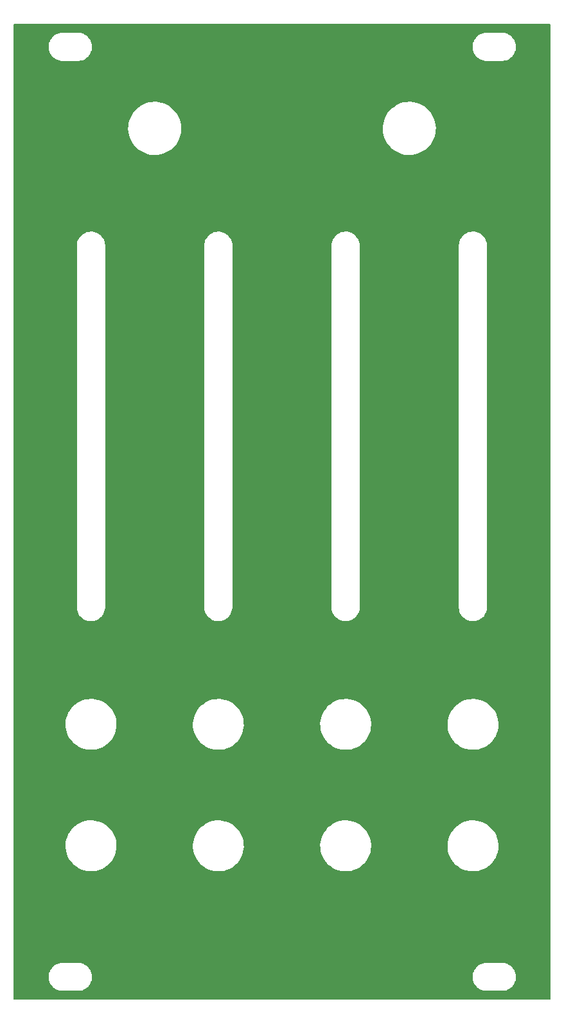
<source format=gtl>
G04 #@! TF.GenerationSoftware,KiCad,Pcbnew,7.0.7*
G04 #@! TF.CreationDate,2025-11-09T15:54:11+08:00*
G04 #@! TF.ProjectId,3340_VCO_PANEL,33333430-5f56-4434-9f5f-50414e454c2e,rev?*
G04 #@! TF.SameCoordinates,Original*
G04 #@! TF.FileFunction,Copper,L1,Top*
G04 #@! TF.FilePolarity,Positive*
%FSLAX46Y46*%
G04 Gerber Fmt 4.6, Leading zero omitted, Abs format (unit mm)*
G04 Created by KiCad (PCBNEW 7.0.7) date 2025-11-09 15:54:11*
%MOMM*%
%LPD*%
G01*
G04 APERTURE LIST*
G04 APERTURE END LIST*
G04 #@! TA.AperFunction,NonConductor*
G36*
X135342539Y-35770185D02*
G01*
X135388294Y-35822989D01*
X135399500Y-35874500D01*
X135399500Y-164125500D01*
X135379815Y-164192539D01*
X135327011Y-164238294D01*
X135275500Y-164249500D01*
X64724500Y-164249500D01*
X64657461Y-164229815D01*
X64611706Y-164177011D01*
X64600500Y-164125500D01*
X64600500Y-161317763D01*
X69245787Y-161317763D01*
X69275413Y-161587013D01*
X69275415Y-161587024D01*
X69343926Y-161849082D01*
X69343928Y-161849088D01*
X69449870Y-162098390D01*
X69521998Y-162216575D01*
X69590979Y-162329605D01*
X69590986Y-162329615D01*
X69764253Y-162537819D01*
X69764259Y-162537824D01*
X69965998Y-162718582D01*
X70191910Y-162868044D01*
X70437176Y-162983020D01*
X70437183Y-162983022D01*
X70437185Y-162983023D01*
X70696557Y-163061057D01*
X70696564Y-163061058D01*
X70696569Y-163061060D01*
X70964561Y-163100500D01*
X70964566Y-163100500D01*
X73167636Y-163100500D01*
X73219133Y-163096730D01*
X73370156Y-163085677D01*
X73482758Y-163060593D01*
X73634546Y-163026782D01*
X73634548Y-163026781D01*
X73634553Y-163026780D01*
X73887558Y-162930014D01*
X74123777Y-162797441D01*
X74338177Y-162631888D01*
X74526186Y-162436881D01*
X74683799Y-162216579D01*
X74757787Y-162072669D01*
X74807649Y-161975690D01*
X74807651Y-161975684D01*
X74807656Y-161975675D01*
X74895118Y-161719305D01*
X74944319Y-161452933D01*
X74949259Y-161317763D01*
X125125787Y-161317763D01*
X125155413Y-161587013D01*
X125155415Y-161587024D01*
X125223926Y-161849082D01*
X125223928Y-161849088D01*
X125329870Y-162098390D01*
X125401998Y-162216575D01*
X125470979Y-162329605D01*
X125470986Y-162329615D01*
X125644253Y-162537819D01*
X125644259Y-162537824D01*
X125845998Y-162718582D01*
X126071910Y-162868044D01*
X126317176Y-162983020D01*
X126317183Y-162983022D01*
X126317185Y-162983023D01*
X126576557Y-163061057D01*
X126576564Y-163061058D01*
X126576569Y-163061060D01*
X126844561Y-163100500D01*
X126844566Y-163100500D01*
X129047636Y-163100500D01*
X129099133Y-163096730D01*
X129250156Y-163085677D01*
X129362758Y-163060593D01*
X129514546Y-163026782D01*
X129514548Y-163026781D01*
X129514553Y-163026780D01*
X129767558Y-162930014D01*
X130003777Y-162797441D01*
X130218177Y-162631888D01*
X130406186Y-162436881D01*
X130563799Y-162216579D01*
X130637787Y-162072669D01*
X130687649Y-161975690D01*
X130687651Y-161975684D01*
X130687656Y-161975675D01*
X130775118Y-161719305D01*
X130824319Y-161452933D01*
X130834212Y-161182235D01*
X130804586Y-160912982D01*
X130736072Y-160650912D01*
X130630130Y-160401610D01*
X130489018Y-160170390D01*
X130399747Y-160063119D01*
X130315746Y-159962180D01*
X130315740Y-159962175D01*
X130114002Y-159781418D01*
X129888092Y-159631957D01*
X129888090Y-159631956D01*
X129642824Y-159516980D01*
X129642819Y-159516978D01*
X129642814Y-159516976D01*
X129383442Y-159438942D01*
X129383428Y-159438939D01*
X129267791Y-159421921D01*
X129115439Y-159399500D01*
X126912369Y-159399500D01*
X126912364Y-159399500D01*
X126709844Y-159414323D01*
X126709831Y-159414325D01*
X126445453Y-159473217D01*
X126445446Y-159473220D01*
X126192439Y-159569987D01*
X125956226Y-159702557D01*
X125741822Y-159868112D01*
X125553822Y-160063109D01*
X125553816Y-160063116D01*
X125396202Y-160283419D01*
X125396199Y-160283424D01*
X125272350Y-160524309D01*
X125272343Y-160524327D01*
X125184884Y-160780685D01*
X125184881Y-160780699D01*
X125135681Y-161047068D01*
X125135680Y-161047075D01*
X125125787Y-161317763D01*
X74949259Y-161317763D01*
X74954212Y-161182235D01*
X74924586Y-160912982D01*
X74856072Y-160650912D01*
X74750130Y-160401610D01*
X74609018Y-160170390D01*
X74519747Y-160063119D01*
X74435746Y-159962180D01*
X74435740Y-159962175D01*
X74234002Y-159781418D01*
X74008092Y-159631957D01*
X74008090Y-159631956D01*
X73762824Y-159516980D01*
X73762819Y-159516978D01*
X73762814Y-159516976D01*
X73503442Y-159438942D01*
X73503428Y-159438939D01*
X73387791Y-159421921D01*
X73235439Y-159399500D01*
X71032369Y-159399500D01*
X71032364Y-159399500D01*
X70829844Y-159414323D01*
X70829831Y-159414325D01*
X70565453Y-159473217D01*
X70565446Y-159473220D01*
X70312439Y-159569987D01*
X70076226Y-159702557D01*
X69861822Y-159868112D01*
X69673822Y-160063109D01*
X69673816Y-160063116D01*
X69516202Y-160283419D01*
X69516199Y-160283424D01*
X69392350Y-160524309D01*
X69392343Y-160524327D01*
X69304884Y-160780685D01*
X69304881Y-160780699D01*
X69255681Y-161047068D01*
X69255680Y-161047075D01*
X69245787Y-161317763D01*
X64600500Y-161317763D01*
X64600500Y-143907532D01*
X71475679Y-143907532D01*
X71485865Y-144277096D01*
X71485865Y-144277097D01*
X71536647Y-144643308D01*
X71627403Y-145001696D01*
X71627403Y-145001698D01*
X71757032Y-145347919D01*
X71757035Y-145347926D01*
X71757036Y-145347927D01*
X71923969Y-145677797D01*
X72126179Y-145987302D01*
X72126181Y-145987304D01*
X72361210Y-146272684D01*
X72361215Y-146272689D01*
X72626210Y-146530480D01*
X72626215Y-146530484D01*
X72917944Y-146757546D01*
X72917947Y-146757548D01*
X72917955Y-146757554D01*
X73232913Y-146951158D01*
X73567258Y-147108939D01*
X73916931Y-147228982D01*
X74277687Y-147309829D01*
X74645148Y-147350500D01*
X74922352Y-147350500D01*
X74959882Y-147348429D01*
X75199143Y-147335229D01*
X75563805Y-147274377D01*
X75919560Y-147173780D01*
X76262089Y-147034656D01*
X76587234Y-146858697D01*
X76891049Y-146648036D01*
X77169846Y-146405232D01*
X77420240Y-146133231D01*
X77639192Y-145835337D01*
X77824044Y-145515163D01*
X77972552Y-145176598D01*
X78082915Y-144823750D01*
X78153791Y-144460903D01*
X78184321Y-144092461D01*
X78179223Y-143907532D01*
X88255679Y-143907532D01*
X88265865Y-144277096D01*
X88265865Y-144277097D01*
X88316647Y-144643308D01*
X88407403Y-145001696D01*
X88407403Y-145001698D01*
X88537032Y-145347919D01*
X88537035Y-145347926D01*
X88537036Y-145347927D01*
X88703969Y-145677797D01*
X88906179Y-145987302D01*
X88906181Y-145987304D01*
X89141210Y-146272684D01*
X89141215Y-146272689D01*
X89406210Y-146530480D01*
X89406215Y-146530484D01*
X89697944Y-146757546D01*
X89697947Y-146757548D01*
X89697955Y-146757554D01*
X90012913Y-146951158D01*
X90347258Y-147108939D01*
X90696931Y-147228982D01*
X91057687Y-147309829D01*
X91425148Y-147350500D01*
X91702352Y-147350500D01*
X91739882Y-147348429D01*
X91979143Y-147335229D01*
X92343805Y-147274377D01*
X92699560Y-147173780D01*
X93042089Y-147034656D01*
X93367234Y-146858697D01*
X93671049Y-146648036D01*
X93949846Y-146405232D01*
X94200240Y-146133231D01*
X94419192Y-145835337D01*
X94604044Y-145515163D01*
X94752552Y-145176598D01*
X94862915Y-144823750D01*
X94933791Y-144460903D01*
X94964321Y-144092461D01*
X94959223Y-143907532D01*
X105035679Y-143907532D01*
X105045865Y-144277096D01*
X105045865Y-144277097D01*
X105096647Y-144643308D01*
X105187403Y-145001696D01*
X105187403Y-145001698D01*
X105317032Y-145347919D01*
X105317035Y-145347926D01*
X105317036Y-145347927D01*
X105483969Y-145677797D01*
X105686179Y-145987302D01*
X105686181Y-145987304D01*
X105921210Y-146272684D01*
X105921215Y-146272689D01*
X106186210Y-146530480D01*
X106186215Y-146530484D01*
X106477944Y-146757546D01*
X106477947Y-146757548D01*
X106477955Y-146757554D01*
X106792913Y-146951158D01*
X107127258Y-147108939D01*
X107476931Y-147228982D01*
X107837687Y-147309829D01*
X108205148Y-147350500D01*
X108482352Y-147350500D01*
X108519882Y-147348429D01*
X108759143Y-147335229D01*
X109123805Y-147274377D01*
X109479560Y-147173780D01*
X109822089Y-147034656D01*
X110147234Y-146858697D01*
X110451049Y-146648036D01*
X110729846Y-146405232D01*
X110980240Y-146133231D01*
X111199192Y-145835337D01*
X111384044Y-145515163D01*
X111532552Y-145176598D01*
X111642915Y-144823750D01*
X111713791Y-144460903D01*
X111744321Y-144092461D01*
X111739223Y-143907532D01*
X121815679Y-143907532D01*
X121825865Y-144277096D01*
X121825865Y-144277097D01*
X121876647Y-144643308D01*
X121967403Y-145001696D01*
X121967403Y-145001698D01*
X122097032Y-145347919D01*
X122097035Y-145347926D01*
X122097036Y-145347927D01*
X122263969Y-145677797D01*
X122466179Y-145987302D01*
X122466181Y-145987304D01*
X122701210Y-146272684D01*
X122701215Y-146272689D01*
X122966210Y-146530480D01*
X122966215Y-146530484D01*
X123257944Y-146757546D01*
X123257947Y-146757548D01*
X123257955Y-146757554D01*
X123572913Y-146951158D01*
X123907258Y-147108939D01*
X124256931Y-147228982D01*
X124617687Y-147309829D01*
X124985148Y-147350500D01*
X125262352Y-147350500D01*
X125299882Y-147348429D01*
X125539143Y-147335229D01*
X125903805Y-147274377D01*
X126259560Y-147173780D01*
X126602089Y-147034656D01*
X126927234Y-146858697D01*
X127231049Y-146648036D01*
X127509846Y-146405232D01*
X127760240Y-146133231D01*
X127979192Y-145835337D01*
X128164044Y-145515163D01*
X128312552Y-145176598D01*
X128422915Y-144823750D01*
X128493791Y-144460903D01*
X128524321Y-144092461D01*
X128514134Y-143722897D01*
X128463354Y-143356697D01*
X128372597Y-142998305D01*
X128307112Y-142823404D01*
X128242967Y-142652080D01*
X128242965Y-142652077D01*
X128242964Y-142652073D01*
X128076031Y-142322203D01*
X127873821Y-142012698D01*
X127638791Y-141727317D01*
X127373794Y-141469524D01*
X127373789Y-141469519D01*
X127373784Y-141469515D01*
X127082055Y-141242453D01*
X127082052Y-141242451D01*
X127082049Y-141242449D01*
X127082045Y-141242446D01*
X126767087Y-141048842D01*
X126767086Y-141048841D01*
X126767082Y-141048839D01*
X126432755Y-140891067D01*
X126432751Y-140891065D01*
X126432742Y-140891061D01*
X126432736Y-140891059D01*
X126432734Y-140891058D01*
X126083077Y-140771020D01*
X126083070Y-140771018D01*
X126083069Y-140771018D01*
X125722313Y-140690171D01*
X125722309Y-140690170D01*
X125354852Y-140649500D01*
X125077651Y-140649500D01*
X125077648Y-140649500D01*
X124800857Y-140664771D01*
X124436193Y-140725623D01*
X124436188Y-140725624D01*
X124080442Y-140826219D01*
X123737911Y-140965343D01*
X123737905Y-140965346D01*
X123412762Y-141141304D01*
X123412762Y-141141305D01*
X123108951Y-141351962D01*
X123108950Y-141351963D01*
X122830153Y-141594768D01*
X122579758Y-141866771D01*
X122360808Y-142164663D01*
X122360807Y-142164664D01*
X122175956Y-142484836D01*
X122027447Y-142823403D01*
X122027446Y-142823404D01*
X121917085Y-143176246D01*
X121846210Y-143539090D01*
X121846207Y-143539113D01*
X121815679Y-143907529D01*
X121815679Y-143907532D01*
X111739223Y-143907532D01*
X111734134Y-143722897D01*
X111683354Y-143356697D01*
X111592597Y-142998305D01*
X111527112Y-142823404D01*
X111462967Y-142652080D01*
X111462965Y-142652077D01*
X111462964Y-142652073D01*
X111296031Y-142322203D01*
X111093821Y-142012698D01*
X110858791Y-141727317D01*
X110593794Y-141469524D01*
X110593789Y-141469519D01*
X110593784Y-141469515D01*
X110302055Y-141242453D01*
X110302052Y-141242451D01*
X110302049Y-141242449D01*
X110302045Y-141242446D01*
X109987087Y-141048842D01*
X109987086Y-141048841D01*
X109987082Y-141048839D01*
X109652755Y-140891067D01*
X109652751Y-140891065D01*
X109652742Y-140891061D01*
X109652736Y-140891059D01*
X109652734Y-140891058D01*
X109303077Y-140771020D01*
X109303070Y-140771018D01*
X109303069Y-140771018D01*
X108942313Y-140690171D01*
X108942309Y-140690170D01*
X108574852Y-140649500D01*
X108297651Y-140649500D01*
X108297648Y-140649500D01*
X108020857Y-140664771D01*
X107656193Y-140725623D01*
X107656188Y-140725624D01*
X107300442Y-140826219D01*
X106957911Y-140965343D01*
X106957905Y-140965346D01*
X106632762Y-141141304D01*
X106632762Y-141141305D01*
X106328951Y-141351962D01*
X106328950Y-141351963D01*
X106050153Y-141594768D01*
X105799758Y-141866771D01*
X105580808Y-142164663D01*
X105580807Y-142164664D01*
X105395956Y-142484836D01*
X105247447Y-142823403D01*
X105247446Y-142823404D01*
X105137085Y-143176246D01*
X105066210Y-143539090D01*
X105066207Y-143539113D01*
X105035679Y-143907529D01*
X105035679Y-143907532D01*
X94959223Y-143907532D01*
X94954134Y-143722897D01*
X94903354Y-143356697D01*
X94812597Y-142998305D01*
X94747112Y-142823404D01*
X94682967Y-142652080D01*
X94682965Y-142652077D01*
X94682964Y-142652073D01*
X94516031Y-142322203D01*
X94313821Y-142012698D01*
X94078791Y-141727317D01*
X93813794Y-141469524D01*
X93813789Y-141469519D01*
X93813784Y-141469515D01*
X93522055Y-141242453D01*
X93522052Y-141242451D01*
X93522049Y-141242449D01*
X93522045Y-141242446D01*
X93207087Y-141048842D01*
X93207086Y-141048841D01*
X93207082Y-141048839D01*
X92872755Y-140891067D01*
X92872751Y-140891065D01*
X92872742Y-140891061D01*
X92872736Y-140891059D01*
X92872734Y-140891058D01*
X92523077Y-140771020D01*
X92523070Y-140771018D01*
X92523069Y-140771018D01*
X92162313Y-140690171D01*
X92162309Y-140690170D01*
X91794852Y-140649500D01*
X91517651Y-140649500D01*
X91517648Y-140649500D01*
X91240857Y-140664771D01*
X90876193Y-140725623D01*
X90876188Y-140725624D01*
X90520442Y-140826219D01*
X90177911Y-140965343D01*
X90177905Y-140965346D01*
X89852762Y-141141304D01*
X89852762Y-141141305D01*
X89548951Y-141351962D01*
X89548950Y-141351963D01*
X89270153Y-141594768D01*
X89019758Y-141866771D01*
X88800808Y-142164663D01*
X88800807Y-142164664D01*
X88615956Y-142484836D01*
X88467447Y-142823403D01*
X88467446Y-142823404D01*
X88357085Y-143176246D01*
X88286210Y-143539090D01*
X88286207Y-143539113D01*
X88255679Y-143907529D01*
X88255679Y-143907532D01*
X78179223Y-143907532D01*
X78174134Y-143722897D01*
X78123354Y-143356697D01*
X78032597Y-142998305D01*
X77967112Y-142823404D01*
X77902967Y-142652080D01*
X77902965Y-142652077D01*
X77902964Y-142652073D01*
X77736031Y-142322203D01*
X77533821Y-142012698D01*
X77298791Y-141727317D01*
X77033794Y-141469524D01*
X77033789Y-141469519D01*
X77033784Y-141469515D01*
X76742055Y-141242453D01*
X76742052Y-141242451D01*
X76742049Y-141242449D01*
X76742045Y-141242446D01*
X76427087Y-141048842D01*
X76427086Y-141048841D01*
X76427082Y-141048839D01*
X76092755Y-140891067D01*
X76092751Y-140891065D01*
X76092742Y-140891061D01*
X76092736Y-140891059D01*
X76092734Y-140891058D01*
X75743077Y-140771020D01*
X75743070Y-140771018D01*
X75743069Y-140771018D01*
X75382313Y-140690171D01*
X75382309Y-140690170D01*
X75014852Y-140649500D01*
X74737651Y-140649500D01*
X74737648Y-140649500D01*
X74460857Y-140664771D01*
X74096193Y-140725623D01*
X74096188Y-140725624D01*
X73740442Y-140826219D01*
X73397911Y-140965343D01*
X73397905Y-140965346D01*
X73072762Y-141141304D01*
X73072762Y-141141305D01*
X72768951Y-141351962D01*
X72768950Y-141351963D01*
X72490153Y-141594768D01*
X72239758Y-141866771D01*
X72020808Y-142164663D01*
X72020807Y-142164664D01*
X71835956Y-142484836D01*
X71687447Y-142823403D01*
X71687446Y-142823404D01*
X71577085Y-143176246D01*
X71506210Y-143539090D01*
X71506207Y-143539113D01*
X71475679Y-143907529D01*
X71475679Y-143907532D01*
X64600500Y-143907532D01*
X64600500Y-127907532D01*
X71475679Y-127907532D01*
X71485865Y-128277096D01*
X71485865Y-128277097D01*
X71536647Y-128643308D01*
X71627403Y-129001696D01*
X71627403Y-129001698D01*
X71757032Y-129347919D01*
X71757035Y-129347926D01*
X71757036Y-129347927D01*
X71923969Y-129677797D01*
X72126179Y-129987302D01*
X72126181Y-129987304D01*
X72361210Y-130272684D01*
X72361215Y-130272689D01*
X72626210Y-130530480D01*
X72626215Y-130530484D01*
X72917944Y-130757546D01*
X72917947Y-130757548D01*
X72917955Y-130757554D01*
X73232913Y-130951158D01*
X73567258Y-131108939D01*
X73916931Y-131228982D01*
X74277687Y-131309829D01*
X74645148Y-131350500D01*
X74922352Y-131350500D01*
X74959882Y-131348429D01*
X75199143Y-131335229D01*
X75563805Y-131274377D01*
X75919560Y-131173780D01*
X76262089Y-131034656D01*
X76587234Y-130858697D01*
X76891049Y-130648036D01*
X77169846Y-130405232D01*
X77420240Y-130133231D01*
X77639192Y-129835337D01*
X77824044Y-129515163D01*
X77972552Y-129176598D01*
X78082915Y-128823750D01*
X78153791Y-128460903D01*
X78184321Y-128092461D01*
X78179223Y-127907532D01*
X88255679Y-127907532D01*
X88265865Y-128277096D01*
X88265865Y-128277097D01*
X88316647Y-128643308D01*
X88407403Y-129001696D01*
X88407403Y-129001698D01*
X88537032Y-129347919D01*
X88537035Y-129347926D01*
X88537036Y-129347927D01*
X88703969Y-129677797D01*
X88906179Y-129987302D01*
X88906181Y-129987304D01*
X89141210Y-130272684D01*
X89141215Y-130272689D01*
X89406210Y-130530480D01*
X89406215Y-130530484D01*
X89697944Y-130757546D01*
X89697947Y-130757548D01*
X89697955Y-130757554D01*
X90012913Y-130951158D01*
X90347258Y-131108939D01*
X90696931Y-131228982D01*
X91057687Y-131309829D01*
X91425148Y-131350500D01*
X91702352Y-131350500D01*
X91739882Y-131348429D01*
X91979143Y-131335229D01*
X92343805Y-131274377D01*
X92699560Y-131173780D01*
X93042089Y-131034656D01*
X93367234Y-130858697D01*
X93671049Y-130648036D01*
X93949846Y-130405232D01*
X94200240Y-130133231D01*
X94419192Y-129835337D01*
X94604044Y-129515163D01*
X94752552Y-129176598D01*
X94862915Y-128823750D01*
X94933791Y-128460903D01*
X94964321Y-128092461D01*
X94959223Y-127907532D01*
X105035679Y-127907532D01*
X105045865Y-128277096D01*
X105045865Y-128277097D01*
X105096647Y-128643308D01*
X105187403Y-129001696D01*
X105187403Y-129001698D01*
X105317032Y-129347919D01*
X105317035Y-129347926D01*
X105317036Y-129347927D01*
X105483969Y-129677797D01*
X105686179Y-129987302D01*
X105686181Y-129987304D01*
X105921210Y-130272684D01*
X105921215Y-130272689D01*
X106186210Y-130530480D01*
X106186215Y-130530484D01*
X106477944Y-130757546D01*
X106477947Y-130757548D01*
X106477955Y-130757554D01*
X106792913Y-130951158D01*
X107127258Y-131108939D01*
X107476931Y-131228982D01*
X107837687Y-131309829D01*
X108205148Y-131350500D01*
X108482352Y-131350500D01*
X108519882Y-131348429D01*
X108759143Y-131335229D01*
X109123805Y-131274377D01*
X109479560Y-131173780D01*
X109822089Y-131034656D01*
X110147234Y-130858697D01*
X110451049Y-130648036D01*
X110729846Y-130405232D01*
X110980240Y-130133231D01*
X111199192Y-129835337D01*
X111384044Y-129515163D01*
X111532552Y-129176598D01*
X111642915Y-128823750D01*
X111713791Y-128460903D01*
X111744321Y-128092461D01*
X111739223Y-127907532D01*
X121815679Y-127907532D01*
X121825865Y-128277096D01*
X121825865Y-128277097D01*
X121876647Y-128643308D01*
X121967403Y-129001696D01*
X121967403Y-129001698D01*
X122097032Y-129347919D01*
X122097035Y-129347926D01*
X122097036Y-129347927D01*
X122263969Y-129677797D01*
X122466179Y-129987302D01*
X122466181Y-129987304D01*
X122701210Y-130272684D01*
X122701215Y-130272689D01*
X122966210Y-130530480D01*
X122966215Y-130530484D01*
X123257944Y-130757546D01*
X123257947Y-130757548D01*
X123257955Y-130757554D01*
X123572913Y-130951158D01*
X123907258Y-131108939D01*
X124256931Y-131228982D01*
X124617687Y-131309829D01*
X124985148Y-131350500D01*
X125262352Y-131350500D01*
X125299882Y-131348429D01*
X125539143Y-131335229D01*
X125903805Y-131274377D01*
X126259560Y-131173780D01*
X126602089Y-131034656D01*
X126927234Y-130858697D01*
X127231049Y-130648036D01*
X127509846Y-130405232D01*
X127760240Y-130133231D01*
X127979192Y-129835337D01*
X128164044Y-129515163D01*
X128312552Y-129176598D01*
X128422915Y-128823750D01*
X128493791Y-128460903D01*
X128524321Y-128092461D01*
X128514134Y-127722897D01*
X128463354Y-127356697D01*
X128372597Y-126998305D01*
X128307112Y-126823404D01*
X128242967Y-126652080D01*
X128242965Y-126652077D01*
X128242964Y-126652073D01*
X128076031Y-126322203D01*
X127873821Y-126012698D01*
X127638791Y-125727317D01*
X127373794Y-125469524D01*
X127373789Y-125469519D01*
X127373784Y-125469515D01*
X127082055Y-125242453D01*
X127082052Y-125242451D01*
X127082049Y-125242449D01*
X127082045Y-125242446D01*
X126767087Y-125048842D01*
X126767086Y-125048841D01*
X126767082Y-125048839D01*
X126432755Y-124891067D01*
X126432751Y-124891065D01*
X126432742Y-124891061D01*
X126432736Y-124891059D01*
X126432734Y-124891058D01*
X126083077Y-124771020D01*
X126083070Y-124771018D01*
X126083069Y-124771018D01*
X125722313Y-124690171D01*
X125722309Y-124690170D01*
X125354852Y-124649500D01*
X125077651Y-124649500D01*
X125077648Y-124649500D01*
X124800857Y-124664771D01*
X124436193Y-124725623D01*
X124436188Y-124725624D01*
X124080442Y-124826219D01*
X123737911Y-124965343D01*
X123737905Y-124965346D01*
X123412762Y-125141304D01*
X123412762Y-125141305D01*
X123108951Y-125351962D01*
X123108950Y-125351963D01*
X122830153Y-125594768D01*
X122579758Y-125866771D01*
X122360808Y-126164663D01*
X122360807Y-126164664D01*
X122175956Y-126484836D01*
X122027447Y-126823403D01*
X122027446Y-126823404D01*
X121917085Y-127176246D01*
X121846210Y-127539090D01*
X121846207Y-127539113D01*
X121815679Y-127907529D01*
X121815679Y-127907532D01*
X111739223Y-127907532D01*
X111734134Y-127722897D01*
X111683354Y-127356697D01*
X111592597Y-126998305D01*
X111527112Y-126823404D01*
X111462967Y-126652080D01*
X111462965Y-126652077D01*
X111462964Y-126652073D01*
X111296031Y-126322203D01*
X111093821Y-126012698D01*
X110858791Y-125727317D01*
X110593794Y-125469524D01*
X110593789Y-125469519D01*
X110593784Y-125469515D01*
X110302055Y-125242453D01*
X110302052Y-125242451D01*
X110302049Y-125242449D01*
X110302045Y-125242446D01*
X109987087Y-125048842D01*
X109987086Y-125048841D01*
X109987082Y-125048839D01*
X109652755Y-124891067D01*
X109652751Y-124891065D01*
X109652742Y-124891061D01*
X109652736Y-124891059D01*
X109652734Y-124891058D01*
X109303077Y-124771020D01*
X109303070Y-124771018D01*
X109303069Y-124771018D01*
X108942313Y-124690171D01*
X108942309Y-124690170D01*
X108574852Y-124649500D01*
X108297651Y-124649500D01*
X108297648Y-124649500D01*
X108020857Y-124664771D01*
X107656193Y-124725623D01*
X107656188Y-124725624D01*
X107300442Y-124826219D01*
X106957911Y-124965343D01*
X106957905Y-124965346D01*
X106632762Y-125141304D01*
X106632762Y-125141305D01*
X106328951Y-125351962D01*
X106328950Y-125351963D01*
X106050153Y-125594768D01*
X105799758Y-125866771D01*
X105580808Y-126164663D01*
X105580807Y-126164664D01*
X105395956Y-126484836D01*
X105247447Y-126823403D01*
X105247446Y-126823404D01*
X105137085Y-127176246D01*
X105066210Y-127539090D01*
X105066207Y-127539113D01*
X105035679Y-127907529D01*
X105035679Y-127907532D01*
X94959223Y-127907532D01*
X94954134Y-127722897D01*
X94903354Y-127356697D01*
X94812597Y-126998305D01*
X94747112Y-126823404D01*
X94682967Y-126652080D01*
X94682965Y-126652077D01*
X94682964Y-126652073D01*
X94516031Y-126322203D01*
X94313821Y-126012698D01*
X94078791Y-125727317D01*
X93813794Y-125469524D01*
X93813789Y-125469519D01*
X93813784Y-125469515D01*
X93522055Y-125242453D01*
X93522052Y-125242451D01*
X93522049Y-125242449D01*
X93522045Y-125242446D01*
X93207087Y-125048842D01*
X93207086Y-125048841D01*
X93207082Y-125048839D01*
X92872755Y-124891067D01*
X92872751Y-124891065D01*
X92872742Y-124891061D01*
X92872736Y-124891059D01*
X92872734Y-124891058D01*
X92523077Y-124771020D01*
X92523070Y-124771018D01*
X92523069Y-124771018D01*
X92162313Y-124690171D01*
X92162309Y-124690170D01*
X91794852Y-124649500D01*
X91517651Y-124649500D01*
X91517648Y-124649500D01*
X91240857Y-124664771D01*
X90876193Y-124725623D01*
X90876188Y-124725624D01*
X90520442Y-124826219D01*
X90177911Y-124965343D01*
X90177905Y-124965346D01*
X89852762Y-125141304D01*
X89852762Y-125141305D01*
X89548951Y-125351962D01*
X89548950Y-125351963D01*
X89270153Y-125594768D01*
X89019758Y-125866771D01*
X88800808Y-126164663D01*
X88800807Y-126164664D01*
X88615956Y-126484836D01*
X88467447Y-126823403D01*
X88467446Y-126823404D01*
X88357085Y-127176246D01*
X88286210Y-127539090D01*
X88286207Y-127539113D01*
X88255679Y-127907529D01*
X88255679Y-127907532D01*
X78179223Y-127907532D01*
X78174134Y-127722897D01*
X78123354Y-127356697D01*
X78032597Y-126998305D01*
X77967112Y-126823404D01*
X77902967Y-126652080D01*
X77902965Y-126652077D01*
X77902964Y-126652073D01*
X77736031Y-126322203D01*
X77533821Y-126012698D01*
X77298791Y-125727317D01*
X77033794Y-125469524D01*
X77033789Y-125469519D01*
X77033784Y-125469515D01*
X76742055Y-125242453D01*
X76742052Y-125242451D01*
X76742049Y-125242449D01*
X76742045Y-125242446D01*
X76427087Y-125048842D01*
X76427086Y-125048841D01*
X76427082Y-125048839D01*
X76092755Y-124891067D01*
X76092751Y-124891065D01*
X76092742Y-124891061D01*
X76092736Y-124891059D01*
X76092734Y-124891058D01*
X75743077Y-124771020D01*
X75743070Y-124771018D01*
X75743069Y-124771018D01*
X75382313Y-124690171D01*
X75382309Y-124690170D01*
X75014852Y-124649500D01*
X74737651Y-124649500D01*
X74737648Y-124649500D01*
X74460857Y-124664771D01*
X74096193Y-124725623D01*
X74096188Y-124725624D01*
X73740442Y-124826219D01*
X73397911Y-124965343D01*
X73397905Y-124965346D01*
X73072762Y-125141304D01*
X73072762Y-125141305D01*
X72768951Y-125351962D01*
X72768950Y-125351963D01*
X72490153Y-125594768D01*
X72239758Y-125866771D01*
X72020808Y-126164663D01*
X72020807Y-126164664D01*
X71835956Y-126484836D01*
X71687447Y-126823403D01*
X71687446Y-126823404D01*
X71577085Y-127176246D01*
X71506210Y-127539090D01*
X71506207Y-127539113D01*
X71475679Y-127907529D01*
X71475679Y-127907532D01*
X64600500Y-127907532D01*
X64600500Y-112617636D01*
X72979500Y-112617636D01*
X72994323Y-112820155D01*
X72994325Y-112820168D01*
X73053217Y-113084546D01*
X73053220Y-113084553D01*
X73149986Y-113337558D01*
X73282559Y-113573777D01*
X73448112Y-113788176D01*
X73448112Y-113788177D01*
X73643109Y-113976177D01*
X73643114Y-113976182D01*
X73643119Y-113976186D01*
X73863421Y-114133799D01*
X73937301Y-114171783D01*
X74104309Y-114257649D01*
X74104318Y-114257652D01*
X74104325Y-114257656D01*
X74246243Y-114306072D01*
X74360685Y-114345115D01*
X74360688Y-114345115D01*
X74360695Y-114345118D01*
X74627067Y-114394319D01*
X74843625Y-114402233D01*
X74897763Y-114404212D01*
X74897763Y-114404211D01*
X74897765Y-114404212D01*
X75167018Y-114374586D01*
X75429088Y-114306072D01*
X75678390Y-114200130D01*
X75909610Y-114059018D01*
X76117820Y-113885745D01*
X76298582Y-113684002D01*
X76448044Y-113458090D01*
X76563020Y-113212824D01*
X76641060Y-112953431D01*
X76680500Y-112685439D01*
X76680500Y-64882369D01*
X76675537Y-64814565D01*
X89759499Y-64814565D01*
X89759500Y-64814565D01*
X89759500Y-112617636D01*
X89774323Y-112820155D01*
X89774325Y-112820168D01*
X89833217Y-113084546D01*
X89833220Y-113084553D01*
X89929986Y-113337558D01*
X90062559Y-113573777D01*
X90228112Y-113788176D01*
X90228112Y-113788177D01*
X90423109Y-113976177D01*
X90423114Y-113976182D01*
X90423119Y-113976186D01*
X90643421Y-114133799D01*
X90717301Y-114171783D01*
X90884309Y-114257649D01*
X90884318Y-114257652D01*
X90884325Y-114257656D01*
X91026243Y-114306072D01*
X91140685Y-114345115D01*
X91140688Y-114345115D01*
X91140695Y-114345118D01*
X91407067Y-114394319D01*
X91623625Y-114402233D01*
X91677763Y-114404212D01*
X91677763Y-114404211D01*
X91677765Y-114404212D01*
X91947018Y-114374586D01*
X92209088Y-114306072D01*
X92458390Y-114200130D01*
X92689610Y-114059018D01*
X92897820Y-113885745D01*
X93078582Y-113684002D01*
X93228044Y-113458090D01*
X93343020Y-113212824D01*
X93421060Y-112953431D01*
X93460500Y-112685439D01*
X93460500Y-112617636D01*
X106539500Y-112617636D01*
X106554323Y-112820155D01*
X106554325Y-112820168D01*
X106613217Y-113084546D01*
X106613220Y-113084553D01*
X106709986Y-113337558D01*
X106842559Y-113573777D01*
X107008112Y-113788176D01*
X107008112Y-113788177D01*
X107203109Y-113976177D01*
X107203114Y-113976182D01*
X107203119Y-113976186D01*
X107423421Y-114133799D01*
X107497301Y-114171783D01*
X107664309Y-114257649D01*
X107664318Y-114257652D01*
X107664325Y-114257656D01*
X107806243Y-114306072D01*
X107920685Y-114345115D01*
X107920688Y-114345115D01*
X107920695Y-114345118D01*
X108187067Y-114394319D01*
X108403625Y-114402233D01*
X108457763Y-114404212D01*
X108457763Y-114404211D01*
X108457765Y-114404212D01*
X108727018Y-114374586D01*
X108989088Y-114306072D01*
X109238390Y-114200130D01*
X109469610Y-114059018D01*
X109677820Y-113885745D01*
X109858582Y-113684002D01*
X110008044Y-113458090D01*
X110123020Y-113212824D01*
X110201060Y-112953431D01*
X110240500Y-112685439D01*
X110240500Y-112617636D01*
X123319500Y-112617636D01*
X123334323Y-112820155D01*
X123334325Y-112820168D01*
X123393217Y-113084546D01*
X123393220Y-113084553D01*
X123489986Y-113337558D01*
X123622559Y-113573777D01*
X123788111Y-113788177D01*
X123788112Y-113788177D01*
X123983109Y-113976177D01*
X123983114Y-113976182D01*
X123983119Y-113976186D01*
X124203421Y-114133799D01*
X124277301Y-114171783D01*
X124444309Y-114257649D01*
X124444318Y-114257652D01*
X124444325Y-114257656D01*
X124586243Y-114306072D01*
X124700685Y-114345115D01*
X124700688Y-114345115D01*
X124700695Y-114345118D01*
X124967067Y-114394319D01*
X125183625Y-114402233D01*
X125237763Y-114404212D01*
X125237763Y-114404211D01*
X125237765Y-114404212D01*
X125507018Y-114374586D01*
X125769088Y-114306072D01*
X126018390Y-114200130D01*
X126249610Y-114059018D01*
X126457820Y-113885745D01*
X126638582Y-113684002D01*
X126788044Y-113458090D01*
X126903020Y-113212824D01*
X126981060Y-112953431D01*
X127020500Y-112685439D01*
X127020500Y-64882369D01*
X127005677Y-64679844D01*
X126975986Y-64546557D01*
X126946782Y-64415453D01*
X126946780Y-64415449D01*
X126946780Y-64415447D01*
X126850014Y-64162442D01*
X126717441Y-63926223D01*
X126551888Y-63711823D01*
X126450693Y-63614259D01*
X126356890Y-63523822D01*
X126356883Y-63523816D01*
X126356881Y-63523814D01*
X126136579Y-63366201D01*
X126128874Y-63362239D01*
X125895690Y-63242350D01*
X125895672Y-63242343D01*
X125639314Y-63154884D01*
X125639300Y-63154881D01*
X125593621Y-63146443D01*
X125372933Y-63105681D01*
X125372930Y-63105680D01*
X125372924Y-63105680D01*
X125102236Y-63095787D01*
X124832986Y-63125413D01*
X124832975Y-63125415D01*
X124570917Y-63193926D01*
X124321610Y-63299870D01*
X124090394Y-63440979D01*
X124090384Y-63440986D01*
X123882180Y-63614253D01*
X123882175Y-63614259D01*
X123701418Y-63815997D01*
X123551957Y-64041907D01*
X123436976Y-64287184D01*
X123436976Y-64287186D01*
X123358942Y-64546557D01*
X123358939Y-64546571D01*
X123339328Y-64679831D01*
X123319500Y-64814561D01*
X123319500Y-64814565D01*
X123319500Y-112617636D01*
X110240500Y-112617636D01*
X110240500Y-64882369D01*
X110225677Y-64679844D01*
X110195986Y-64546557D01*
X110166782Y-64415453D01*
X110166780Y-64415449D01*
X110166780Y-64415447D01*
X110070014Y-64162442D01*
X109937441Y-63926223D01*
X109771888Y-63711823D01*
X109670693Y-63614259D01*
X109576890Y-63523822D01*
X109576883Y-63523816D01*
X109576881Y-63523814D01*
X109356579Y-63366201D01*
X109348874Y-63362239D01*
X109115690Y-63242350D01*
X109115672Y-63242343D01*
X108859314Y-63154884D01*
X108859300Y-63154881D01*
X108813621Y-63146443D01*
X108592933Y-63105681D01*
X108592930Y-63105680D01*
X108592924Y-63105680D01*
X108322236Y-63095787D01*
X108052986Y-63125413D01*
X108052975Y-63125415D01*
X107790917Y-63193926D01*
X107541610Y-63299870D01*
X107310394Y-63440979D01*
X107310384Y-63440986D01*
X107102180Y-63614253D01*
X107102175Y-63614259D01*
X106921418Y-63815997D01*
X106771957Y-64041907D01*
X106656976Y-64287184D01*
X106656976Y-64287186D01*
X106578942Y-64546557D01*
X106578939Y-64546571D01*
X106559328Y-64679831D01*
X106539500Y-64814561D01*
X106539500Y-64814565D01*
X106539500Y-112617636D01*
X93460500Y-112617636D01*
X93460500Y-64882369D01*
X93445677Y-64679844D01*
X93415986Y-64546557D01*
X93386782Y-64415453D01*
X93386780Y-64415449D01*
X93386780Y-64415447D01*
X93290014Y-64162442D01*
X93157441Y-63926223D01*
X92991888Y-63711823D01*
X92890693Y-63614259D01*
X92796890Y-63523822D01*
X92796883Y-63523816D01*
X92796881Y-63523814D01*
X92576579Y-63366201D01*
X92568874Y-63362239D01*
X92335690Y-63242350D01*
X92335672Y-63242343D01*
X92079314Y-63154884D01*
X92079300Y-63154881D01*
X92033621Y-63146443D01*
X91812933Y-63105681D01*
X91812930Y-63105680D01*
X91812924Y-63105680D01*
X91542236Y-63095787D01*
X91272986Y-63125413D01*
X91272975Y-63125415D01*
X91010917Y-63193926D01*
X90761610Y-63299870D01*
X90530394Y-63440979D01*
X90530384Y-63440986D01*
X90322180Y-63614253D01*
X90322175Y-63614259D01*
X90141418Y-63815997D01*
X89991957Y-64041907D01*
X89876976Y-64287184D01*
X89876976Y-64287186D01*
X89798942Y-64546557D01*
X89798939Y-64546571D01*
X89779328Y-64679831D01*
X89759500Y-64814561D01*
X89759499Y-64814565D01*
X76675537Y-64814565D01*
X76665677Y-64679844D01*
X76635986Y-64546557D01*
X76606782Y-64415453D01*
X76606780Y-64415449D01*
X76606780Y-64415447D01*
X76510014Y-64162442D01*
X76377441Y-63926223D01*
X76211888Y-63711823D01*
X76110693Y-63614259D01*
X76016890Y-63523822D01*
X76016883Y-63523816D01*
X76016881Y-63523814D01*
X75796579Y-63366201D01*
X75788874Y-63362239D01*
X75555690Y-63242350D01*
X75555672Y-63242343D01*
X75299314Y-63154884D01*
X75299300Y-63154881D01*
X75253621Y-63146443D01*
X75032933Y-63105681D01*
X75032930Y-63105680D01*
X75032924Y-63105680D01*
X74762236Y-63095787D01*
X74492986Y-63125413D01*
X74492975Y-63125415D01*
X74230917Y-63193926D01*
X73981610Y-63299870D01*
X73750394Y-63440979D01*
X73750384Y-63440986D01*
X73542180Y-63614253D01*
X73542175Y-63614259D01*
X73361418Y-63815997D01*
X73211957Y-64041907D01*
X73096976Y-64287184D01*
X73096976Y-64287186D01*
X73018942Y-64546557D01*
X73018939Y-64546571D01*
X72999328Y-64679831D01*
X72979500Y-64814561D01*
X72979500Y-64814565D01*
X72979500Y-112617636D01*
X64600500Y-112617636D01*
X64600500Y-49593312D01*
X79715774Y-49593312D01*
X79745545Y-49965270D01*
X79814685Y-50331947D01*
X79922404Y-50689191D01*
X80067491Y-51032970D01*
X80248291Y-51359370D01*
X80248294Y-51359374D01*
X80462769Y-51664713D01*
X80708484Y-51945525D01*
X80849524Y-52075727D01*
X80982656Y-52198629D01*
X81282166Y-52421147D01*
X81282177Y-52421155D01*
X81603655Y-52610584D01*
X81943447Y-52764769D01*
X82297702Y-52881963D01*
X82662408Y-52960838D01*
X83033431Y-53000500D01*
X83313211Y-53000500D01*
X83313213Y-53000500D01*
X83395835Y-52996096D01*
X83592594Y-52985610D01*
X83592598Y-52985609D01*
X83592608Y-52985609D01*
X83960995Y-52926256D01*
X84320986Y-52828083D01*
X84668502Y-52692201D01*
X84999606Y-52520150D01*
X85310547Y-52313880D01*
X85597800Y-52075727D01*
X85858113Y-51808391D01*
X86088534Y-51514899D01*
X86286454Y-51198578D01*
X86449630Y-50863011D01*
X86576212Y-50512000D01*
X86664768Y-50149524D01*
X86714293Y-49779688D01*
X86719256Y-49593312D01*
X113275774Y-49593312D01*
X113305545Y-49965270D01*
X113374685Y-50331947D01*
X113482404Y-50689191D01*
X113627491Y-51032970D01*
X113808291Y-51359370D01*
X113808294Y-51359374D01*
X114022769Y-51664713D01*
X114268484Y-51945525D01*
X114409524Y-52075727D01*
X114542656Y-52198629D01*
X114842166Y-52421147D01*
X114842177Y-52421155D01*
X115163655Y-52610584D01*
X115503447Y-52764769D01*
X115857702Y-52881963D01*
X116222408Y-52960838D01*
X116593431Y-53000500D01*
X116873211Y-53000500D01*
X116873213Y-53000500D01*
X116955835Y-52996096D01*
X117152594Y-52985610D01*
X117152598Y-52985609D01*
X117152608Y-52985609D01*
X117520995Y-52926256D01*
X117880986Y-52828083D01*
X118228502Y-52692201D01*
X118559606Y-52520150D01*
X118870547Y-52313880D01*
X119157800Y-52075727D01*
X119418113Y-51808391D01*
X119648534Y-51514899D01*
X119846454Y-51198578D01*
X120009630Y-50863011D01*
X120136212Y-50512000D01*
X120224768Y-50149524D01*
X120274293Y-49779688D01*
X120284226Y-49406683D01*
X120254455Y-49034735D01*
X120185316Y-48668059D01*
X120185314Y-48668052D01*
X120077595Y-48310808D01*
X119932508Y-47967029D01*
X119751708Y-47640629D01*
X119751705Y-47640625D01*
X119642465Y-47485105D01*
X119537231Y-47335287D01*
X119291516Y-47054475D01*
X119017345Y-46801372D01*
X119017343Y-46801370D01*
X118717833Y-46578852D01*
X118717830Y-46578850D01*
X118717823Y-46578845D01*
X118396345Y-46389416D01*
X118056553Y-46235231D01*
X118056549Y-46235229D01*
X118056543Y-46235227D01*
X117702302Y-46118038D01*
X117702289Y-46118035D01*
X117337595Y-46039162D01*
X117337588Y-46039161D01*
X116966569Y-45999500D01*
X116686787Y-45999500D01*
X116665723Y-46000622D01*
X116407405Y-46014389D01*
X116407379Y-46014392D01*
X116039007Y-46073743D01*
X116039004Y-46073744D01*
X115679013Y-46171917D01*
X115517089Y-46235231D01*
X115331498Y-46307799D01*
X115331496Y-46307799D01*
X115331496Y-46307800D01*
X115000398Y-46479847D01*
X114689458Y-46686116D01*
X114689449Y-46686122D01*
X114402211Y-46924263D01*
X114402196Y-46924277D01*
X114141888Y-47191607D01*
X113911469Y-47485095D01*
X113911462Y-47485105D01*
X113713548Y-47801416D01*
X113713546Y-47801421D01*
X113550367Y-48136994D01*
X113423786Y-48488004D01*
X113335232Y-48850472D01*
X113335231Y-48850480D01*
X113285708Y-49220305D01*
X113285706Y-49220321D01*
X113275774Y-49593312D01*
X86719256Y-49593312D01*
X86724226Y-49406683D01*
X86694455Y-49034735D01*
X86625316Y-48668059D01*
X86625314Y-48668052D01*
X86517595Y-48310808D01*
X86372508Y-47967029D01*
X86191708Y-47640629D01*
X86191705Y-47640625D01*
X86082465Y-47485105D01*
X85977231Y-47335287D01*
X85731516Y-47054475D01*
X85457345Y-46801372D01*
X85457343Y-46801370D01*
X85157833Y-46578852D01*
X85157830Y-46578850D01*
X85157823Y-46578845D01*
X84836345Y-46389416D01*
X84496553Y-46235231D01*
X84496549Y-46235229D01*
X84496543Y-46235227D01*
X84142302Y-46118038D01*
X84142289Y-46118035D01*
X83777595Y-46039162D01*
X83777588Y-46039161D01*
X83406569Y-45999500D01*
X83126787Y-45999500D01*
X83105723Y-46000622D01*
X82847405Y-46014389D01*
X82847379Y-46014392D01*
X82479007Y-46073743D01*
X82479004Y-46073744D01*
X82119013Y-46171917D01*
X81957089Y-46235231D01*
X81771498Y-46307799D01*
X81771496Y-46307799D01*
X81771496Y-46307800D01*
X81440398Y-46479847D01*
X81129458Y-46686116D01*
X81129449Y-46686122D01*
X80842211Y-46924263D01*
X80842196Y-46924277D01*
X80581888Y-47191607D01*
X80351469Y-47485095D01*
X80351462Y-47485105D01*
X80153548Y-47801416D01*
X80153546Y-47801421D01*
X79990367Y-48136994D01*
X79863786Y-48488004D01*
X79775232Y-48850472D01*
X79775231Y-48850480D01*
X79725708Y-49220305D01*
X79725706Y-49220321D01*
X79715774Y-49593312D01*
X64600500Y-49593312D01*
X64600500Y-38817763D01*
X69245787Y-38817763D01*
X69275413Y-39087013D01*
X69275415Y-39087024D01*
X69343926Y-39349082D01*
X69343928Y-39349088D01*
X69449870Y-39598390D01*
X69521998Y-39716575D01*
X69590979Y-39829605D01*
X69590986Y-39829615D01*
X69764253Y-40037819D01*
X69764259Y-40037824D01*
X69965998Y-40218582D01*
X70191910Y-40368044D01*
X70437176Y-40483020D01*
X70437183Y-40483022D01*
X70437185Y-40483023D01*
X70696557Y-40561057D01*
X70696564Y-40561058D01*
X70696569Y-40561060D01*
X70964561Y-40600500D01*
X70964566Y-40600500D01*
X73167636Y-40600500D01*
X73219133Y-40596730D01*
X73370156Y-40585677D01*
X73482758Y-40560593D01*
X73634546Y-40526782D01*
X73634548Y-40526781D01*
X73634553Y-40526780D01*
X73887558Y-40430014D01*
X74123777Y-40297441D01*
X74338177Y-40131888D01*
X74526186Y-39936881D01*
X74683799Y-39716579D01*
X74757787Y-39572669D01*
X74807649Y-39475690D01*
X74807651Y-39475684D01*
X74807656Y-39475675D01*
X74895118Y-39219305D01*
X74944319Y-38952933D01*
X74949259Y-38817763D01*
X125125787Y-38817763D01*
X125155413Y-39087013D01*
X125155415Y-39087024D01*
X125223926Y-39349082D01*
X125223928Y-39349088D01*
X125329870Y-39598390D01*
X125401998Y-39716575D01*
X125470979Y-39829605D01*
X125470986Y-39829615D01*
X125644253Y-40037819D01*
X125644259Y-40037824D01*
X125845998Y-40218582D01*
X126071910Y-40368044D01*
X126317176Y-40483020D01*
X126317183Y-40483022D01*
X126317185Y-40483023D01*
X126576557Y-40561057D01*
X126576564Y-40561058D01*
X126576569Y-40561060D01*
X126844561Y-40600500D01*
X126844566Y-40600500D01*
X129047636Y-40600500D01*
X129099133Y-40596730D01*
X129250156Y-40585677D01*
X129362758Y-40560593D01*
X129514546Y-40526782D01*
X129514548Y-40526781D01*
X129514553Y-40526780D01*
X129767558Y-40430014D01*
X130003777Y-40297441D01*
X130218177Y-40131888D01*
X130406186Y-39936881D01*
X130563799Y-39716579D01*
X130637787Y-39572669D01*
X130687649Y-39475690D01*
X130687651Y-39475684D01*
X130687656Y-39475675D01*
X130775118Y-39219305D01*
X130824319Y-38952933D01*
X130834212Y-38682235D01*
X130804586Y-38412982D01*
X130736072Y-38150912D01*
X130630130Y-37901610D01*
X130489018Y-37670390D01*
X130399747Y-37563119D01*
X130315746Y-37462180D01*
X130315740Y-37462175D01*
X130114002Y-37281418D01*
X129888092Y-37131957D01*
X129888090Y-37131956D01*
X129642824Y-37016980D01*
X129642819Y-37016978D01*
X129642814Y-37016976D01*
X129383442Y-36938942D01*
X129383428Y-36938939D01*
X129267791Y-36921921D01*
X129115439Y-36899500D01*
X126912369Y-36899500D01*
X126912364Y-36899500D01*
X126709844Y-36914323D01*
X126709831Y-36914325D01*
X126445453Y-36973217D01*
X126445446Y-36973220D01*
X126192439Y-37069987D01*
X125956226Y-37202557D01*
X125741822Y-37368112D01*
X125553822Y-37563109D01*
X125553816Y-37563116D01*
X125396202Y-37783419D01*
X125396199Y-37783424D01*
X125272350Y-38024309D01*
X125272343Y-38024327D01*
X125184884Y-38280685D01*
X125184881Y-38280699D01*
X125135681Y-38547068D01*
X125135680Y-38547075D01*
X125125787Y-38817763D01*
X74949259Y-38817763D01*
X74954212Y-38682235D01*
X74924586Y-38412982D01*
X74856072Y-38150912D01*
X74750130Y-37901610D01*
X74609018Y-37670390D01*
X74519747Y-37563119D01*
X74435746Y-37462180D01*
X74435740Y-37462175D01*
X74234002Y-37281418D01*
X74008092Y-37131957D01*
X74008090Y-37131956D01*
X73762824Y-37016980D01*
X73762819Y-37016978D01*
X73762814Y-37016976D01*
X73503442Y-36938942D01*
X73503428Y-36938939D01*
X73387791Y-36921921D01*
X73235439Y-36899500D01*
X71032369Y-36899500D01*
X71032364Y-36899500D01*
X70829844Y-36914323D01*
X70829831Y-36914325D01*
X70565453Y-36973217D01*
X70565446Y-36973220D01*
X70312439Y-37069987D01*
X70076226Y-37202557D01*
X69861822Y-37368112D01*
X69673822Y-37563109D01*
X69673816Y-37563116D01*
X69516202Y-37783419D01*
X69516199Y-37783424D01*
X69392350Y-38024309D01*
X69392343Y-38024327D01*
X69304884Y-38280685D01*
X69304881Y-38280699D01*
X69255681Y-38547068D01*
X69255680Y-38547075D01*
X69245787Y-38817763D01*
X64600500Y-38817763D01*
X64600500Y-35874500D01*
X64620185Y-35807461D01*
X64672989Y-35761706D01*
X64724500Y-35750500D01*
X135275500Y-35750500D01*
X135342539Y-35770185D01*
G37*
G04 #@! TD.AperFunction*
M02*

</source>
